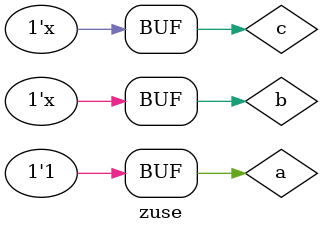
<source format=v>
`timescale 1ns / 1ps
module zuse(
    );
 reg a,b,c;
 
 initial begin
	a=1;
	b=0;
	c=1;
 end
 
 initial begin
	#1;
	b<=c;
	c<=b;
 end

endmodule

</source>
